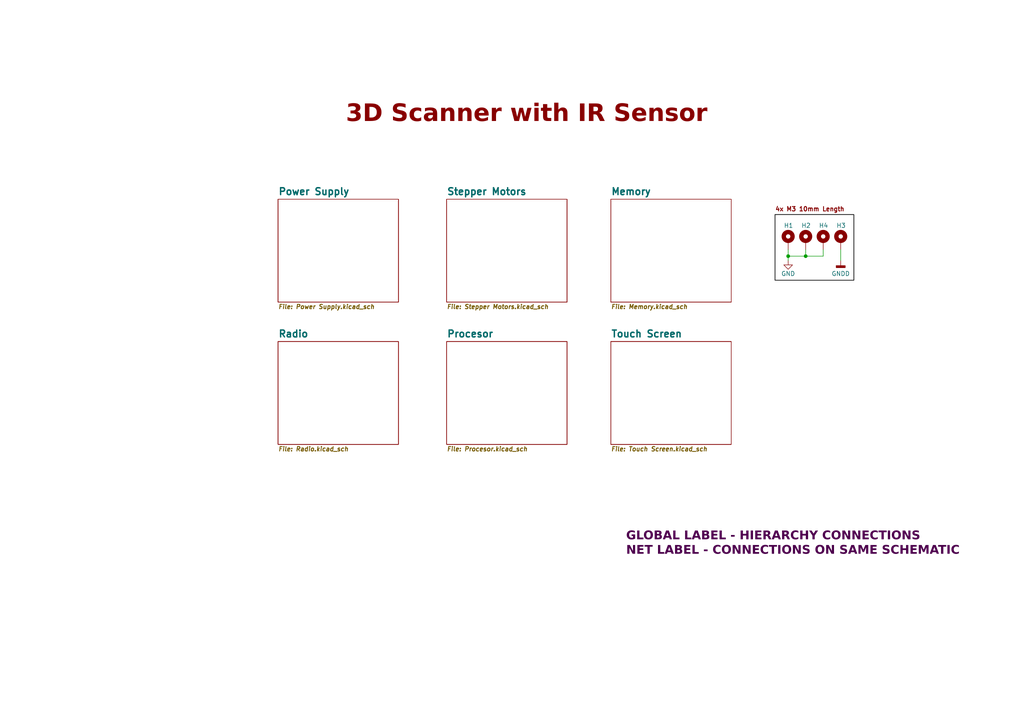
<source format=kicad_sch>
(kicad_sch (version 20230121) (generator eeschema)

  (uuid ebb0c329-72b8-4399-9379-9a536462861f)

  (paper "A4")

  (title_block
    (title "3D Scanner with IR sensors - Central Unit")
    (date "2023-08-20")
  )

  (lib_symbols
    (symbol "Mechanical:MountingHole_Pad" (pin_numbers hide) (pin_names (offset 1.016) hide) (in_bom yes) (on_board yes)
      (property "Reference" "H" (at 0 6.35 0)
        (effects (font (size 1.27 1.27)))
      )
      (property "Value" "MountingHole_Pad" (at 0 4.445 0)
        (effects (font (size 1.27 1.27)))
      )
      (property "Footprint" "" (at 0 0 0)
        (effects (font (size 1.27 1.27)) hide)
      )
      (property "Datasheet" "~" (at 0 0 0)
        (effects (font (size 1.27 1.27)) hide)
      )
      (property "ki_keywords" "mounting hole" (at 0 0 0)
        (effects (font (size 1.27 1.27)) hide)
      )
      (property "ki_description" "Mounting Hole with connection" (at 0 0 0)
        (effects (font (size 1.27 1.27)) hide)
      )
      (property "ki_fp_filters" "MountingHole*Pad*" (at 0 0 0)
        (effects (font (size 1.27 1.27)) hide)
      )
      (symbol "MountingHole_Pad_0_1"
        (circle (center 0 1.27) (radius 1.27)
          (stroke (width 1.27) (type default))
          (fill (type none))
        )
      )
      (symbol "MountingHole_Pad_1_1"
        (pin input line (at 0 -2.54 90) (length 2.54)
          (name "1" (effects (font (size 1.27 1.27))))
          (number "1" (effects (font (size 1.27 1.27))))
        )
      )
    )
    (symbol "power:GND" (power) (pin_names (offset 0)) (in_bom yes) (on_board yes)
      (property "Reference" "#PWR" (at 0 -6.35 0)
        (effects (font (size 1.27 1.27)) hide)
      )
      (property "Value" "GND" (at 0 -3.81 0)
        (effects (font (size 1.27 1.27)))
      )
      (property "Footprint" "" (at 0 0 0)
        (effects (font (size 1.27 1.27)) hide)
      )
      (property "Datasheet" "" (at 0 0 0)
        (effects (font (size 1.27 1.27)) hide)
      )
      (property "ki_keywords" "global power" (at 0 0 0)
        (effects (font (size 1.27 1.27)) hide)
      )
      (property "ki_description" "Power symbol creates a global label with name \"GND\" , ground" (at 0 0 0)
        (effects (font (size 1.27 1.27)) hide)
      )
      (symbol "GND_0_1"
        (polyline
          (pts
            (xy 0 0)
            (xy 0 -1.27)
            (xy 1.27 -1.27)
            (xy 0 -2.54)
            (xy -1.27 -1.27)
            (xy 0 -1.27)
          )
          (stroke (width 0) (type default))
          (fill (type none))
        )
      )
      (symbol "GND_1_1"
        (pin power_in line (at 0 0 270) (length 0) hide
          (name "GND" (effects (font (size 1.27 1.27))))
          (number "1" (effects (font (size 1.27 1.27))))
        )
      )
    )
    (symbol "power:GNDD" (power) (pin_names (offset 0)) (in_bom yes) (on_board yes)
      (property "Reference" "#PWR" (at 0 -6.35 0)
        (effects (font (size 1.27 1.27)) hide)
      )
      (property "Value" "GNDD" (at 0 -3.175 0)
        (effects (font (size 1.27 1.27)))
      )
      (property "Footprint" "" (at 0 0 0)
        (effects (font (size 1.27 1.27)) hide)
      )
      (property "Datasheet" "" (at 0 0 0)
        (effects (font (size 1.27 1.27)) hide)
      )
      (property "ki_keywords" "global power" (at 0 0 0)
        (effects (font (size 1.27 1.27)) hide)
      )
      (property "ki_description" "Power symbol creates a global label with name \"GNDD\" , digital ground" (at 0 0 0)
        (effects (font (size 1.27 1.27)) hide)
      )
      (symbol "GNDD_0_1"
        (rectangle (start -1.27 -1.524) (end 1.27 -2.032)
          (stroke (width 0.254) (type default))
          (fill (type outline))
        )
        (polyline
          (pts
            (xy 0 0)
            (xy 0 -1.524)
          )
          (stroke (width 0) (type default))
          (fill (type none))
        )
      )
      (symbol "GNDD_1_1"
        (pin power_in line (at 0 0 270) (length 0) hide
          (name "GNDD" (effects (font (size 1.27 1.27))))
          (number "1" (effects (font (size 1.27 1.27))))
        )
      )
    )
  )

  (junction (at 233.68 74.295) (diameter 0) (color 0 0 0 0)
    (uuid f93bc55e-5227-4ec6-8ab2-014ce53c0cf4)
  )
  (junction (at 228.6 74.295) (diameter 0) (color 0 0 0 0)
    (uuid fa3113a9-edcd-4eef-8c74-3cac1d4edafb)
  )

  (wire (pts (xy 233.68 74.295) (xy 238.76 74.295))
    (stroke (width 0) (type default))
    (uuid 0183fbe8-8db9-4b28-a6fa-c67631f36ce1)
  )
  (wire (pts (xy 228.6 74.295) (xy 228.6 75.565))
    (stroke (width 0) (type default))
    (uuid 17a6c8a1-92af-4836-9d54-3b4ab57866d3)
  )
  (wire (pts (xy 233.68 74.295) (xy 233.68 72.39))
    (stroke (width 0) (type default))
    (uuid 1d8090e6-6797-46cb-9dd3-47af8f7eb892)
  )
  (wire (pts (xy 238.76 74.295) (xy 238.76 72.39))
    (stroke (width 0) (type default))
    (uuid 4f4a07b4-2721-43ca-b9d7-5e8214c1f5b9)
  )
  (wire (pts (xy 228.6 72.39) (xy 228.6 74.295))
    (stroke (width 0) (type default))
    (uuid 6ae01a4b-7690-4235-ad38-bb096e8c0879)
  )
  (wire (pts (xy 243.84 72.39) (xy 243.84 75.565))
    (stroke (width 0) (type default))
    (uuid 959a8d44-406b-437a-8c79-b7bf3b521bdd)
  )
  (wire (pts (xy 228.6 74.295) (xy 233.68 74.295))
    (stroke (width 0) (type default))
    (uuid c00c7dc2-0127-4853-b987-3caaaa1096f1)
  )

  (rectangle (start 224.79 62.23) (end 247.65 81.28)
    (stroke (width 0.2) (type default) (color 0 0 0 1))
    (fill (type none))
    (uuid 7d844f69-f33c-4ce9-8654-6c41ac52b757)
  )

  (text "4x M3 10mm Length" (at 224.79 61.595 0)
    (effects (font (size 1.27 1.27) (thickness 0.254) bold (color 132 0 0 1)) (justify left bottom))
    (uuid 3da9122c-0ce9-4401-8188-025cc483ff9e)
  )
  (text "GLOBAL LABEL - HIERARCHY CONNECTIONS\nNET LABEL - CONNECTIONS ON SAME SCHEMATIC"
    (at 181.61 161.925 0)
    (effects (font (face "Verdana") (size 2.5 2.5) bold (color 72 0 72 1)) (justify left bottom))
    (uuid 4854dacc-3f89-49f9-85eb-8794d7c6907f)
  )
  (text "3D Scanner with IR Sensor" (at 100.33 37.465 0)
    (effects (font (face "Rubik") (size 5 5) bold italic (color 132 0 0 1)) (justify left bottom))
    (uuid efc6f3e1-1ff3-4f92-8a47-a5aa6e7d8f05)
  )

  (symbol (lib_id "power:GNDD") (at 243.84 75.565 0) (unit 1)
    (in_bom yes) (on_board yes) (dnp no)
    (uuid 2906bad4-e0c5-4899-8cc5-4fcdd98c3fa2)
    (property "Reference" "#PWR0111" (at 243.84 81.915 0)
      (effects (font (size 1.27 1.27)) hide)
    )
    (property "Value" "GNDD" (at 243.84 79.375 0)
      (effects (font (size 1.27 1.27)))
    )
    (property "Footprint" "" (at 243.84 75.565 0)
      (effects (font (size 1.27 1.27)) hide)
    )
    (property "Datasheet" "" (at 243.84 75.565 0)
      (effects (font (size 1.27 1.27)) hide)
    )
    (pin "1" (uuid 40f89283-46de-40c9-8d60-3487bf9946d6))
    (instances
      (project "3D Scanner with IR sensor Central Unit"
        (path "/ebb0c329-72b8-4399-9379-9a536462861f"
          (reference "#PWR0111") (unit 1)
        )
      )
    )
  )

  (symbol (lib_id "Mechanical:MountingHole_Pad") (at 233.68 69.85 0) (unit 1)
    (in_bom yes) (on_board yes) (dnp no)
    (uuid 4025bfeb-1f90-4c69-8b35-5bb8e5084b4d)
    (property "Reference" "H2" (at 232.41 65.405 0)
      (effects (font (size 1.27 1.27)) (justify left))
    )
    (property "Value" "MountingHole_Pad" (at 236.855 70.485 0)
      (effects (font (size 1.27 1.27)) (justify left) hide)
    )
    (property "Footprint" "MountingHole:MountingHole_3.2mm_M3_Pad_Via" (at 233.68 69.85 0)
      (effects (font (size 1.27 1.27)) hide)
    )
    (property "Datasheet" "~" (at 233.68 69.85 0)
      (effects (font (size 1.27 1.27)) hide)
    )
    (pin "1" (uuid fa550c60-513b-4c89-a224-558240184fb3))
    (instances
      (project "3D Scanner with IR sensor Central Unit"
        (path "/ebb0c329-72b8-4399-9379-9a536462861f"
          (reference "H2") (unit 1)
        )
      )
    )
  )

  (symbol (lib_id "Mechanical:MountingHole_Pad") (at 243.84 69.85 0) (unit 1)
    (in_bom yes) (on_board yes) (dnp no)
    (uuid 4d69a5a4-c693-433d-b218-ccb4c06799f7)
    (property "Reference" "H3" (at 242.57 65.405 0)
      (effects (font (size 1.27 1.27)) (justify left))
    )
    (property "Value" "MountingHole_Pad" (at 247.015 70.485 0)
      (effects (font (size 1.27 1.27)) (justify left) hide)
    )
    (property "Footprint" "MountingHole:MountingHole_3.2mm_M3_Pad_Via" (at 243.84 69.85 0)
      (effects (font (size 1.27 1.27)) hide)
    )
    (property "Datasheet" "~" (at 243.84 69.85 0)
      (effects (font (size 1.27 1.27)) hide)
    )
    (pin "1" (uuid 6be80906-ad04-4579-8d63-913049f82880))
    (instances
      (project "3D Scanner with IR sensor Central Unit"
        (path "/ebb0c329-72b8-4399-9379-9a536462861f"
          (reference "H3") (unit 1)
        )
      )
    )
  )

  (symbol (lib_id "Mechanical:MountingHole_Pad") (at 238.76 69.85 0) (unit 1)
    (in_bom yes) (on_board yes) (dnp no)
    (uuid 5b1b822a-a8e1-4fd7-9b73-5a55669dbadf)
    (property "Reference" "H4" (at 237.49 65.405 0)
      (effects (font (size 1.27 1.27)) (justify left))
    )
    (property "Value" "MountingHole_Pad" (at 241.935 70.485 0)
      (effects (font (size 1.27 1.27)) (justify left) hide)
    )
    (property "Footprint" "MountingHole:MountingHole_3.2mm_M3_Pad_Via" (at 238.76 69.85 0)
      (effects (font (size 1.27 1.27)) hide)
    )
    (property "Datasheet" "~" (at 238.76 69.85 0)
      (effects (font (size 1.27 1.27)) hide)
    )
    (pin "1" (uuid 170a1e14-06f1-4371-9225-d07c9b493f11))
    (instances
      (project "3D Scanner with IR sensor Central Unit"
        (path "/ebb0c329-72b8-4399-9379-9a536462861f"
          (reference "H4") (unit 1)
        )
      )
    )
  )

  (symbol (lib_id "Mechanical:MountingHole_Pad") (at 228.6 69.85 0) (unit 1)
    (in_bom yes) (on_board yes) (dnp no)
    (uuid b2d68cd7-4a37-4f78-a136-3b8573f28c1f)
    (property "Reference" "H1" (at 227.33 65.405 0)
      (effects (font (size 1.27 1.27)) (justify left))
    )
    (property "Value" "MountingHole_Pad" (at 231.775 70.485 0)
      (effects (font (size 1.27 1.27)) (justify left) hide)
    )
    (property "Footprint" "MountingHole:MountingHole_3.2mm_M3_Pad_Via" (at 228.6 69.85 0)
      (effects (font (size 1.27 1.27)) hide)
    )
    (property "Datasheet" "~" (at 228.6 69.85 0)
      (effects (font (size 1.27 1.27)) hide)
    )
    (pin "1" (uuid e4cf3171-2168-493b-8090-d6aa22b27d01))
    (instances
      (project "3D Scanner with IR sensor Central Unit"
        (path "/ebb0c329-72b8-4399-9379-9a536462861f"
          (reference "H1") (unit 1)
        )
      )
    )
  )

  (symbol (lib_id "power:GND") (at 228.6 75.565 0) (unit 1)
    (in_bom yes) (on_board yes) (dnp no)
    (uuid e8f55894-c3ac-4f97-a041-7a48744de24f)
    (property "Reference" "#PWR026" (at 228.6 81.915 0)
      (effects (font (size 1.27 1.27)) hide)
    )
    (property "Value" "GND" (at 228.6 79.375 0)
      (effects (font (size 1.27 1.27)))
    )
    (property "Footprint" "" (at 228.6 75.565 0)
      (effects (font (size 1.27 1.27)) hide)
    )
    (property "Datasheet" "" (at 228.6 75.565 0)
      (effects (font (size 1.27 1.27)) hide)
    )
    (pin "1" (uuid 73ffff7a-d8d4-4b50-b234-8b6aa3d60d7d))
    (instances
      (project "3D Scanner with IR sensor Central Unit"
        (path "/ebb0c329-72b8-4399-9379-9a536462861f"
          (reference "#PWR026") (unit 1)
        )
      )
    )
  )

  (sheet (at 177.165 57.785) (size 34.925 29.845) (fields_autoplaced)
    (stroke (width 0.1524) (type solid))
    (fill (color 0 0 0 0.0000))
    (uuid 3490bec4-2de5-40e2-aec5-8610a52dae80)
    (property "Sheetname" "Memory" (at 177.165 56.7084 0)
      (effects (font (size 2 2) bold) (justify left bottom))
    )
    (property "Sheetfile" "Memory.kicad_sch" (at 177.165 88.2146 0)
      (effects (font (size 1.27 1.27) bold italic) (justify left top))
    )
    (instances
      (project "3D Scanner with IR sensor Central Unit"
        (path "/ebb0c329-72b8-4399-9379-9a536462861f" (page "5"))
      )
    )
  )

  (sheet (at 129.54 99.06) (size 34.925 29.845) (fields_autoplaced)
    (stroke (width 0.1524) (type solid))
    (fill (color 0 0 0 0.0000))
    (uuid 61884ead-e3c5-4c74-b4d5-a1d11a26631a)
    (property "Sheetname" "Procesor" (at 129.54 97.9834 0)
      (effects (font (size 2 2) bold) (justify left bottom))
    )
    (property "Sheetfile" "Procesor.kicad_sch" (at 129.54 129.4896 0)
      (effects (font (size 1.27 1.27) bold italic) (justify left top))
    )
    (instances
      (project "3D Scanner with IR sensor Central Unit"
        (path "/ebb0c329-72b8-4399-9379-9a536462861f" (page "4"))
      )
    )
  )

  (sheet (at 80.645 57.785) (size 34.925 29.845) (fields_autoplaced)
    (stroke (width 0.1524) (type solid))
    (fill (color 0 0 0 0.0000))
    (uuid 7d263b51-1cbb-418f-927c-203a7c6b22cf)
    (property "Sheetname" "Power Supply" (at 80.645 56.7084 0)
      (effects (font (size 2 2) bold) (justify left bottom))
    )
    (property "Sheetfile" "Power Supply.kicad_sch" (at 80.645 88.2146 0)
      (effects (font (size 1.27 1.27) bold italic) (justify left top))
    )
    (instances
      (project "3D Scanner with IR sensor Central Unit"
        (path "/ebb0c329-72b8-4399-9379-9a536462861f" (page "2"))
      )
    )
  )

  (sheet (at 177.165 99.06) (size 34.925 29.845) (fields_autoplaced)
    (stroke (width 0.1524) (type solid))
    (fill (color 0 0 0 0.0000))
    (uuid 7e192b20-b944-4f53-b479-858de3b859d1)
    (property "Sheetname" "Touch Screen" (at 177.165 97.9834 0)
      (effects (font (size 2 2) bold) (justify left bottom))
    )
    (property "Sheetfile" "Touch Screen.kicad_sch" (at 177.165 129.4896 0)
      (effects (font (size 1.27 1.27) bold italic) (justify left top))
    )
    (instances
      (project "3D Scanner with IR sensor Central Unit"
        (path "/ebb0c329-72b8-4399-9379-9a536462861f" (page "7"))
      )
    )
  )

  (sheet (at 80.645 99.06) (size 34.925 29.845) (fields_autoplaced)
    (stroke (width 0.1524) (type solid))
    (fill (color 0 0 0 0.0000))
    (uuid a6ecb4fe-41dd-4b85-adbc-ce9e402fe813)
    (property "Sheetname" "Radio" (at 80.645 97.9834 0)
      (effects (font (size 2 2) bold) (justify left bottom))
    )
    (property "Sheetfile" "Radio.kicad_sch" (at 80.645 129.4896 0)
      (effects (font (size 1.27 1.27) bold italic) (justify left top))
    )
    (instances
      (project "3D Scanner with IR sensor Central Unit"
        (path "/ebb0c329-72b8-4399-9379-9a536462861f" (page "3"))
      )
    )
  )

  (sheet (at 129.54 57.785) (size 34.925 29.845) (fields_autoplaced)
    (stroke (width 0.1524) (type solid))
    (fill (color 0 0 0 0.0000))
    (uuid f878412e-0e6e-4d05-9d7b-3005d287c4c2)
    (property "Sheetname" "Stepper Motors" (at 129.54 56.7084 0)
      (effects (font (size 2 2) bold) (justify left bottom))
    )
    (property "Sheetfile" "Stepper Motors.kicad_sch" (at 129.54 88.2146 0)
      (effects (font (size 1.27 1.27) bold italic) (justify left top))
    )
    (instances
      (project "3D Scanner with IR sensor Central Unit"
        (path "/ebb0c329-72b8-4399-9379-9a536462861f" (page "6"))
      )
    )
  )

  (sheet_instances
    (path "/" (page "1"))
  )
)

</source>
